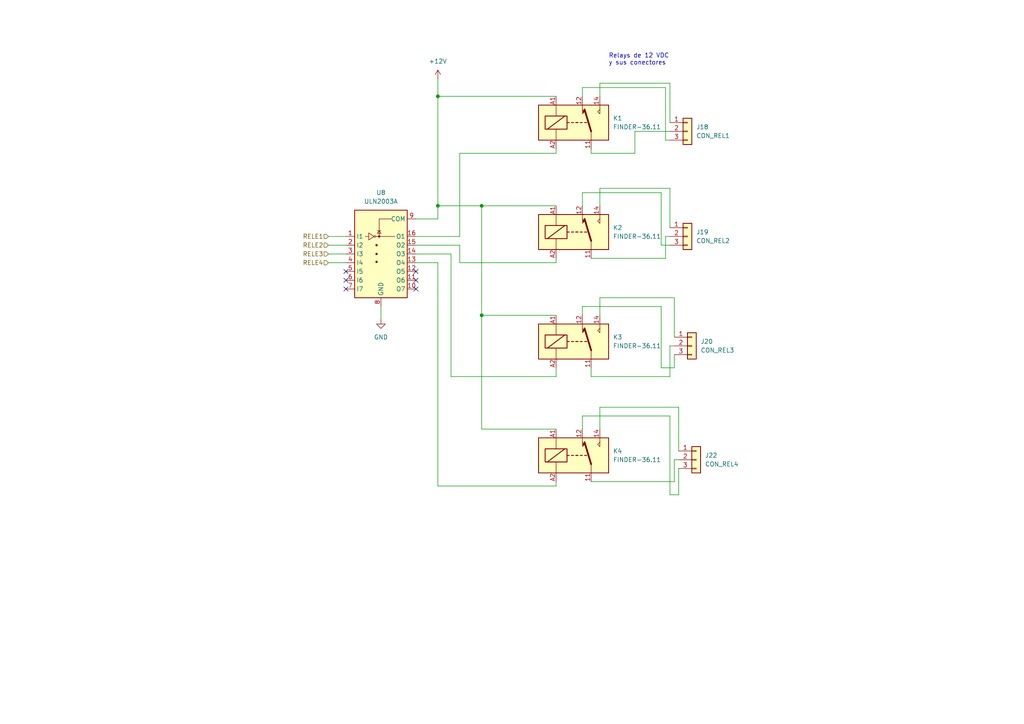
<source format=kicad_sch>
(kicad_sch (version 20211123) (generator eeschema)
  (paper "A4")
  (lib_symbols
    (symbol "Connector_Generic:Conn_01x03" (pin_names (offset 1.016) hide)
      (property "Reference" "J" (at 0 5.08 0))
      (property "Value" "Conn_01x03" (at 0 -5.08 0))
      (symbol "Conn_01x03_1_1"
        (rectangle (start -1.27 -2.413) (end 0 -2.667) (stroke (width 0.1524)))
        (rectangle (start -1.27 0.127) (end 0 -0.127) (stroke (width 0.1524)))
        (rectangle (start -1.27 2.667) (end 0 2.413) (stroke (width 0.1524)))
        (rectangle (start -1.27 3.81) (end 1.27 -3.81) (stroke (width 0.254)) (fill (type background)))
        (pin passive line (at -5.08 2.54 0) (length 3.81) (name "Pin_1") (number "1"))
        (pin passive line (at -5.08 0 0) (length 3.81) (name "Pin_2") (number "2"))
        (pin passive line (at -5.08 -2.54 0) (length 3.81) (name "Pin_3") (number "3"))
      )
    )
    (symbol "Relay:FINDER-36.11"
      (property "Reference" "K" (at 11.43 3.81 0))
      (property "Value" "FINDER-36.11" (at 11.43 1.27 0))
      (symbol "FINDER-36.11_0_0"
        (polyline (pts (xy 2.54 3.81) (xy 2.54 5.08)))
        (polyline (pts (xy 7.62 3.81) (xy 7.62 5.08)))
        (polyline (pts (xy 7.62 3.81) (xy 7.62 2.54) (xy 6.985 3.175) (xy 7.62 3.81)))
      )
      (symbol "FINDER-36.11_0_1"
        (rectangle (start -10.16 5.08) (end 10.16 -5.08) (stroke (width 0.254)) (fill (type background)))
        (rectangle (start -8.255 1.905) (end -1.905 -1.905) (stroke (width 0.254)))
        (polyline (pts (xy -7.62 -1.905) (xy -2.54 1.905)) (stroke (width 0.254)))
        (polyline (pts (xy -5.08 -5.08) (xy -5.08 -1.905)))
        (polyline (pts (xy -5.08 5.08) (xy -5.08 1.905)))
        (polyline (pts (xy -1.905 0) (xy -1.27 0)) (stroke (width 0.254)))
        (polyline (pts (xy -0.635 0) (xy 0 0)) (stroke (width 0.254)))
        (polyline (pts (xy 0.635 0) (xy 1.27 0)) (stroke (width 0.254)))
        (polyline (pts (xy 0.635 0) (xy 1.27 0)) (stroke (width 0.254)))
        (polyline (pts (xy 1.905 0) (xy 2.54 0)) (stroke (width 0.254)))
        (polyline (pts (xy 3.175 0) (xy 3.81 0)) (stroke (width 0.254)))
        (polyline (pts (xy 5.08 -2.54) (xy 3.175 3.81)) (stroke (width 0.508)))
        (polyline (pts (xy 5.08 -2.54) (xy 5.08 -5.08)))
        (polyline (pts (xy 2.54 2.54) (xy 3.175 3.175) (xy 2.54 3.81)) (fill (type outline)))
      )
      (symbol "FINDER-36.11_1_1"
        (pin passive line (at 5.08 -7.62 90) (length 2.54) (name "~") (number "11"))
        (pin passive line (at 2.54 7.62 270) (length 2.54) (name "~") (number "12"))
        (pin passive line (at 7.62 7.62 270) (length 2.54) (name "~") (number "14"))
        (pin passive line (at -5.08 7.62 270) (length 2.54) (name "~") (number "A1"))
        (pin passive line (at -5.08 -7.62 90) (length 2.54) (name "~") (number "A2"))
      )
    )
    (symbol "Transistor_Array:ULN2003A"
      (property "Reference" "U" (at 0 15.875 0))
      (property "Value" "ULN2003A" (at 0 13.97 0))
      (symbol "ULN2003A_0_1"
        (rectangle (start -7.62 -12.7) (end 7.62 12.7) (stroke (width 0.254)) (fill (type background)))
        (circle (center -1.778 5.08) (radius 0.254))
        (circle (center -1.27 -2.286) (radius 0.254) (fill (type outline)))
        (circle (center -1.27 0) (radius 0.254) (fill (type outline)))
        (circle (center -1.27 2.54) (radius 0.254) (fill (type outline)))
        (circle (center -0.508 5.08) (radius 0.254) (fill (type outline)))
        (polyline (pts (xy -4.572 5.08) (xy -3.556 5.08)))
        (polyline (pts (xy -1.524 5.08) (xy 4.064 5.08)))
        (polyline (pts (xy 0 6.731) (xy -1.016 6.731)))
        (polyline (pts (xy -0.508 5.08) (xy -0.508 10.16) (xy 2.921 10.16)))
        (polyline (pts (xy -3.556 6.096) (xy -3.556 4.064) (xy -2.032 5.08) (xy -3.556 6.096)))
        (polyline (pts (xy 0 5.969) (xy -1.016 5.969) (xy -0.508 6.731) (xy 0 5.969)))
      )
      (symbol "ULN2003A_1_1"
        (pin input line (at -10.16 5.08 0) (length 2.54) (name "I1") (number "1"))
        (pin open_collector line (at 10.16 -10.16 180) (length 2.54) (name "O7") (number "10"))
        (pin open_collector line (at 10.16 -7.62 180) (length 2.54) (name "O6") (number "11"))
        (pin open_collector line (at 10.16 -5.08 180) (length 2.54) (name "O5") (number "12"))
        (pin open_collector line (at 10.16 -2.54 180) (length 2.54) (name "O4") (number "13"))
        (pin open_collector line (at 10.16 0 180) (length 2.54) (name "O3") (number "14"))
        (pin open_collector line (at 10.16 2.54 180) (length 2.54) (name "O2") (number "15"))
        (pin open_collector line (at 10.16 5.08 180) (length 2.54) (name "O1") (number "16"))
        (pin input line (at -10.16 2.54 0) (length 2.54) (name "I2") (number "2"))
        (pin input line (at -10.16 0 0) (length 2.54) (name "I3") (number "3"))
        (pin input line (at -10.16 -2.54 0) (length 2.54) (name "I4") (number "4"))
        (pin input line (at -10.16 -5.08 0) (length 2.54) (name "I5") (number "5"))
        (pin input line (at -10.16 -7.62 0) (length 2.54) (name "I6") (number "6"))
        (pin input line (at -10.16 -10.16 0) (length 2.54) (name "I7") (number "7"))
        (pin power_in line (at 0 -15.24 90) (length 2.54) (name "GND") (number "8"))
        (pin passive line (at 10.16 10.16 180) (length 2.54) (name "COM") (number "9"))
      )
    )
    (symbol "power:+12V" (power) (pin_names (offset 0))
      (property "Value" "+12V" (at 0 3.556 0))
      (symbol "+12V_0_1"
        (polyline (pts (xy -0.762 1.27) (xy 0 2.54)))
        (polyline (pts (xy 0 0) (xy 0 2.54)))
        (polyline (pts (xy 0 2.54) (xy 0.762 1.27)))
      )
      (symbol "+12V_1_1"
        (pin power_in line (at 0 0 90) (length 0) hide (name "+12V") (number "1"))
      )
    )
    (symbol "power:GND" (power) (pin_names (offset 0))
      (property "Value" "GND" (at 0 -3.81 0))
      (symbol "GND_0_1"
        (polyline (pts (xy 0 0) (xy 0 -1.27) (xy 1.27 -1.27) (xy 0 -2.54) (xy -1.27 -1.27) (xy 0 -1.27)))
      )
      (symbol "GND_1_1"
        (pin power_in line (at 0 0 270) (length 0) hide (name "GND") (number "1"))
      )
    )
  )
  (junction (at 127 59.69))
  (junction (at 139.7 59.69))
  (junction (at 139.7 91.44))
  (junction (at 127 27.94))
  (no_connect (at 120.65 83.82))
  (no_connect (at 100.33 83.82))
  (no_connect (at 100.33 81.28))
  (no_connect (at 100.33 78.74))
  (no_connect (at 120.65 78.74))
  (no_connect (at 120.65 81.28))
  (wire (pts (xy 196.85 143.51) (xy 194.31 143.51)))
  (wire (pts (xy 168.91 88.9) (xy 191.77 88.9)))
  (wire (pts (xy 161.29 140.97) (xy 161.29 139.7)))
  (wire (pts (xy 194.31 66.04) (xy 194.31 54.61)))
  (wire (pts (xy 196.85 118.11) (xy 173.99 118.11)))
  (wire (pts (xy 184.15 38.1) (xy 184.15 44.45)))
  (wire (pts (xy 133.35 44.45) (xy 161.29 44.45)))
  (wire (pts (xy 193.04 68.58) (xy 194.31 68.58)))
  (wire (pts (xy 95.25 76.2) (xy 100.33 76.2)))
  (wire (pts (xy 95.25 71.12) (xy 100.33 71.12)))
  (wire (pts (xy 161.29 91.44) (xy 139.7 91.44)))
  (wire (pts (xy 171.45 74.93) (xy 193.04 74.93)))
  (wire (pts (xy 168.91 88.9) (xy 168.91 91.44)))
  (wire (pts (xy 161.29 76.2) (xy 133.35 76.2)))
  (wire (pts (xy 120.65 68.58) (xy 133.35 68.58)))
  (wire (pts (xy 110.49 88.9) (xy 110.49 92.71)))
  (wire (pts (xy 184.15 44.45) (xy 171.45 44.45)))
  (wire (pts (xy 191.77 88.9) (xy 191.77 106.68)))
  (wire (pts (xy 173.99 54.61) (xy 194.31 54.61)))
  (wire (pts (xy 168.91 120.65) (xy 194.31 120.65)))
  (wire (pts (xy 195.58 100.33) (xy 194.31 100.33)))
  (wire (pts (xy 168.91 25.4) (xy 193.04 25.4)))
  (wire (pts (xy 194.31 35.56) (xy 194.31 24.13)))
  (wire (pts (xy 195.58 133.35) (xy 196.85 133.35)))
  (wire (pts (xy 120.65 76.2) (xy 127 76.2)))
  (wire (pts (xy 161.29 109.22) (xy 161.29 106.68)))
  (wire (pts (xy 195.58 133.35) (xy 195.58 139.7)))
  (wire (pts (xy 194.31 24.13) (xy 173.99 24.13)))
  (wire (pts (xy 168.91 120.65) (xy 168.91 124.46)))
  (wire (pts (xy 168.91 55.88) (xy 191.77 55.88)))
  (wire (pts (xy 139.7 59.69) (xy 139.7 91.44)))
  (wire (pts (xy 194.31 100.33) (xy 194.31 109.22)))
  (wire (pts (xy 191.77 71.12) (xy 194.31 71.12)))
  (wire (pts (xy 127 27.94) (xy 161.29 27.94)))
  (wire (pts (xy 191.77 106.68) (xy 195.58 106.68)))
  (wire (pts (xy 194.31 143.51) (xy 194.31 120.65)))
  (wire (pts (xy 173.99 54.61) (xy 173.99 59.69)))
  (wire (pts (xy 161.29 44.45) (xy 161.29 43.18)))
  (wire (pts (xy 194.31 40.64) (xy 193.04 40.64)))
  (wire (pts (xy 171.45 109.22) (xy 171.45 106.68)))
  (wire (pts (xy 193.04 68.58) (xy 193.04 74.93)))
  (wire (pts (xy 161.29 76.2) (xy 161.29 74.93)))
  (wire (pts (xy 195.58 139.7) (xy 171.45 139.7)))
  (wire (pts (xy 127 76.2) (xy 127 140.97)))
  (wire (pts (xy 139.7 59.69) (xy 161.29 59.69)))
  (wire (pts (xy 133.35 68.58) (xy 133.35 44.45)))
  (wire (pts (xy 133.35 71.12) (xy 120.65 71.12)))
  (wire (pts (xy 195.58 97.79) (xy 195.58 86.36)))
  (wire (pts (xy 127 140.97) (xy 161.29 140.97)))
  (wire (pts (xy 139.7 124.46) (xy 139.7 91.44)))
  (wire (pts (xy 168.91 25.4) (xy 168.91 27.94)))
  (wire (pts (xy 161.29 109.22) (xy 130.81 109.22)))
  (wire (pts (xy 127 27.94) (xy 127 59.69)))
  (wire (pts (xy 120.65 63.5) (xy 127 63.5)))
  (wire (pts (xy 168.91 55.88) (xy 168.91 59.69)))
  (wire (pts (xy 193.04 40.64) (xy 193.04 25.4)))
  (wire (pts (xy 194.31 109.22) (xy 171.45 109.22)))
  (wire (pts (xy 196.85 130.81) (xy 196.85 118.11)))
  (wire (pts (xy 173.99 86.36) (xy 173.99 91.44)))
  (wire (pts (xy 171.45 44.45) (xy 171.45 43.18)))
  (wire (pts (xy 184.15 38.1) (xy 194.31 38.1)))
  (wire (pts (xy 130.81 109.22) (xy 130.81 73.66)))
  (wire (pts (xy 195.58 102.87) (xy 195.58 106.68)))
  (wire (pts (xy 133.35 76.2) (xy 133.35 71.12)))
  (wire (pts (xy 95.25 73.66) (xy 100.33 73.66)))
  (wire (pts (xy 127 59.69) (xy 139.7 59.69)))
  (wire (pts (xy 127 59.69) (xy 127 63.5)))
  (wire (pts (xy 196.85 135.89) (xy 196.85 143.51)))
  (wire (pts (xy 191.77 55.88) (xy 191.77 71.12)))
  (wire (pts (xy 95.25 68.58) (xy 100.33 68.58)))
  (wire (pts (xy 127 22.86) (xy 127 27.94)))
  (wire (pts (xy 173.99 86.36) (xy 195.58 86.36)))
  (wire (pts (xy 161.29 124.46) (xy 139.7 124.46)))
  (wire (pts (xy 173.99 24.13) (xy 173.99 27.94)))
  (wire (pts (xy 173.99 118.11) (xy 173.99 124.46)))
  (wire (pts (xy 130.81 73.66) (xy 120.65 73.66)))
  (text "Relays de 12 VDC \ny sus conectores\n" (at 176.53 19.05 0) (effects (font (size 1.27 1.27)) (justify left bottom)))
  (hierarchical_label "RELE2" (shape input) (at 95.25 71.12 180))
  (hierarchical_label "RELE1" (shape input) (at 95.25 68.58 180))
  (hierarchical_label "RELE3" (shape input) (at 95.25 73.66 180))
  (hierarchical_label "RELE4" (shape input) (at 95.25 76.2 180))
  (symbol (lib_id "Connector_Generic:Conn_01x03") (at 199.39 68.58 0) (unit 1)
    (property "Reference" "J19" (at 201.93 67.3099 0) (effects (justify left)))
    (property "Value" "CON_REL2" (at 201.93 69.8499 0) (effects (justify left)))
    (property "Footprint" "TerminalBlock:TerminalBlock_bornier-3_P5.08mm" (effects hide))
  )
  (symbol (lib_id "Relay:FINDER-36.11") (at 166.37 67.31 0) (unit 1)
    (property "Reference" "K2" (at 177.8 66.0399 0) (effects (justify left)))
    (property "Value" "FINDER-36.11" (at 177.8 68.5799 0) (effects (justify left)))
    (property "Footprint" "Relay_THT:Relay_SPDT_Finder_36.11" (effects hide))
    (property "Datasheet" "https://gfinder.findernet.com/public/attachments/36/EN/S36EN.pdf" (effects hide))
  )
  (symbol (lib_id "Connector_Generic:Conn_01x03") (at 199.39 38.1 0) (unit 1)
    (property "Reference" "J18" (at 201.93 36.8299 0) (effects (justify left)))
    (property "Value" "CON_REL1" (at 201.93 39.3699 0) (effects (justify left)))
    (property "Footprint" "TerminalBlock:TerminalBlock_bornier-3_P5.08mm" (effects hide))
  )
  (symbol (lib_id "Relay:FINDER-36.11") (at 166.37 35.56 0) (unit 1)
    (property "Reference" "K1" (at 177.8 34.2899 0) (effects (justify left)))
    (property "Value" "FINDER-36.11" (at 177.8 36.8299 0) (effects (justify left)))
    (property "Footprint" "Relay_THT:Relay_SPDT_Finder_36.11" (effects hide))
    (property "Datasheet" "https://gfinder.findernet.com/public/attachments/36/EN/S36EN.pdf" (effects hide))
  )
  (symbol (lib_id "Connector_Generic:Conn_01x03") (at 201.93 133.35 0) (unit 1)
    (property "Reference" "J22" (at 204.47 132.0799 0) (effects (justify left)))
    (property "Value" "CON_REL4" (at 204.47 134.6199 0) (effects (justify left)))
    (property "Footprint" "TerminalBlock:TerminalBlock_bornier-3_P5.08mm" (effects hide))
  )
  (symbol (lib_id "Transistor_Array:ULN2003A") (at 110.49 73.66 0) (unit 1)
    (property "Reference" "U8" (at 110.49 55.88 0))
    (property "Value" "ULN2003A" (at 110.49 58.42 0))
    (property "Footprint" "Package_SO:SOIC-16_3.9x9.9mm_P1.27mm" (effects hide))
    (property "Datasheet" "http://www.ti.com/lit/ds/symlink/uln2003a.pdf" (effects hide))
  )
  (symbol (lib_id "power:GND") (at 110.49 92.71 0) (unit 1)
    (property "Reference" "#PWR028" (effects hide))
    (property "Value" "GND" (at 110.49 97.79 0))
  )
  (symbol (lib_id "Relay:FINDER-36.11") (at 166.37 132.08 0) (unit 1)
    (property "Reference" "K4" (at 177.8 130.8099 0) (effects (justify left)))
    (property "Value" "FINDER-36.11" (at 177.8 133.3499 0) (effects (justify left)))
    (property "Footprint" "Relay_THT:Relay_SPDT_Finder_36.11" (effects hide))
    (property "Datasheet" "https://gfinder.findernet.com/public/attachments/36/EN/S36EN.pdf" (effects hide))
  )
  (symbol (lib_id "Relay:FINDER-36.11") (at 166.37 99.06 0) (unit 1)
    (property "Reference" "K3" (at 177.8 97.7899 0) (effects (justify left)))
    (property "Value" "FINDER-36.11" (at 177.8 100.3299 0) (effects (justify left)))
    (property "Footprint" "Relay_THT:Relay_SPDT_Finder_36.11" (effects hide))
    (property "Datasheet" "https://gfinder.findernet.com/public/attachments/36/EN/S36EN.pdf" (effects hide))
  )
  (symbol (lib_id "power:+12V") (at 127 22.86 0) (unit 1)
    (property "Reference" "#PWR029" (effects hide))
    (property "Value" "+12V" (at 127 17.78 0))
  )
  (symbol (lib_id "Connector_Generic:Conn_01x03") (at 200.66 100.33 0) (unit 1)
    (property "Reference" "J20" (at 203.2 99.0599 0) (effects (justify left)))
    (property "Value" "CON_REL3" (at 203.2 101.5999 0) (effects (justify left)))
    (property "Footprint" "TerminalBlock:TerminalBlock_bornier-3_P5.08mm" (effects hide))
  )
)
</source>
